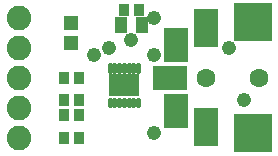
<source format=gts>
G75*
G70*
%OFA0B0*%
%FSLAX24Y24*%
%IPPOS*%
%LPD*%
%AMOC8*
5,1,8,0,0,1.08239X$1,22.5*
%
%ADD10C,0.0178*%
%ADD11R,0.0984X0.0738*%
%ADD12R,0.0356X0.0434*%
%ADD13R,0.0395X0.0552*%
%ADD14R,0.0474X0.0513*%
%ADD15R,0.1182X0.0789*%
%ADD16R,0.0789X0.1182*%
%ADD17R,0.0789X0.1261*%
%ADD18R,0.1261X0.1261*%
%ADD19C,0.0631*%
%ADD20C,0.0820*%
%ADD21C,0.0476*%
D10*
X003708Y001830D02*
X003708Y002008D01*
X003865Y002008D02*
X003865Y001830D01*
X004023Y001830D02*
X004023Y002008D01*
X004180Y002008D02*
X004180Y001830D01*
X004337Y001830D02*
X004337Y002008D01*
X004495Y002008D02*
X004495Y001830D01*
X004652Y001830D02*
X004652Y002008D01*
X004652Y002992D02*
X004652Y003170D01*
X004495Y003170D02*
X004495Y002992D01*
X004337Y002992D02*
X004337Y003170D01*
X004180Y003170D02*
X004180Y002992D01*
X004023Y002992D02*
X004023Y003170D01*
X003865Y003170D02*
X003865Y002992D01*
X003708Y002992D02*
X003708Y003170D01*
D11*
X004180Y002500D03*
D12*
X002686Y002750D03*
X002174Y002750D03*
X002174Y002000D03*
X002686Y002000D03*
X002686Y001500D03*
X002174Y001500D03*
X002174Y000750D03*
X002686Y000750D03*
X004174Y005000D03*
X004686Y005000D03*
D13*
X004784Y004500D03*
X004076Y004500D03*
D14*
X002430Y004585D03*
X002430Y003915D03*
D15*
X005727Y002750D03*
D16*
X005924Y001648D03*
X005924Y003852D03*
D17*
X006908Y004404D03*
X006908Y001096D03*
D18*
X008483Y000900D03*
X008483Y004600D03*
D19*
X008680Y002750D03*
X006908Y002750D03*
D20*
X000680Y000750D03*
X000680Y001750D03*
X000680Y002750D03*
X000680Y003750D03*
X000680Y004750D03*
D21*
X003180Y003500D03*
X003680Y003750D03*
X004430Y004000D03*
X005180Y003500D03*
X004180Y002500D03*
X005180Y000900D03*
X008180Y002000D03*
X007680Y003750D03*
X005180Y004750D03*
M02*

</source>
